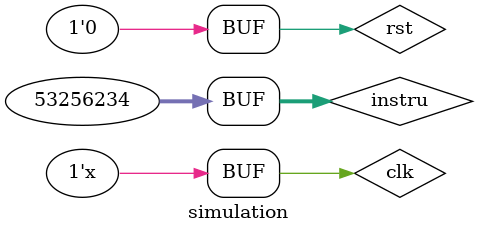
<source format=v>
`timescale 1ns / 1ps


module simulation;

	// Inputs
	reg clk;
	reg rst;
	reg [31:0] instru;

	// Outputs
	wire [31:0] Adat;
	wire [31:0] Bdat;
	wire [31:0] result;

	// Instantiate the Unit Under Test (UUT)
	Rtype uut (
		.clk(clk), 
		.rst(rst), 
		.instru(instru), 
		.Adat(Adat), 
		.Bdat(Bdat), 
		.result(result)
	);

	initial begin
		// Initialize Inputs
		clk = 0;
		rst = 0;
		instru = 0;

		// Wait 100 ns for global reset to finish
		#100;
        
		// Add stimulus here
		rst = 1;
		#100;
		rst = 0;
		#100;
		instru = 32'h01A88020;
		#110;
		instru = 32'h01C98822;
		#110;
		instru = 32'h01EA9024;
		#110;
		instru = 32'h030B9825;
		#110;
		instru = 32'h032CA02A;
		#100;
	end
	
	always
		#20 clk = !clk;
		
endmodule


</source>
